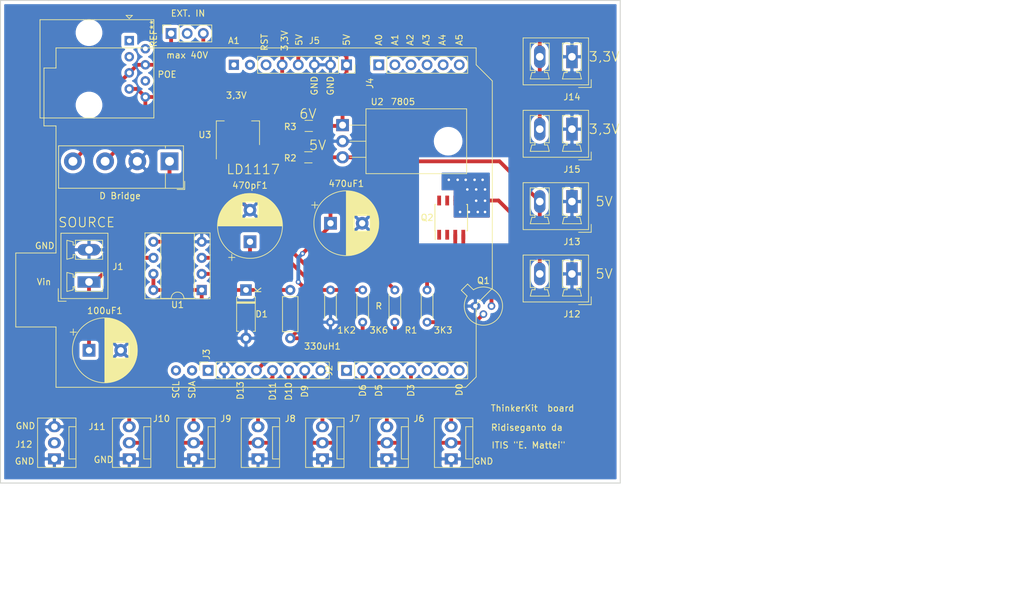
<source format=kicad_pcb>
(kicad_pcb (version 20171130) (host pcbnew "(5.1.2)-1")
  (layers (0 F.Cu signal) (31 B.Cu signal hide) (34 B.Paste user hide) (35 F.Paste user hide) (36 B.SilkS user) (37 F.SilkS user) (38 B.Mask user) (39 F.Mask user) (44 Edge.Cuts user))
  (net 0 "")
  (net 1 Vin)
  (net 2 GND)
  (net 3 "Net-(1K2-Pad1)")
  (net 4 "Net-(330uH1-Pad1)")
  (net 5 6V)
  (net 6 "Net-(3K3-Pad2)")
  (net 7 "Net-(3K3-Pad1)")
  (net 8 "Net-(470pF1-Pad1)")
  (net 9 SCL)
  (net 10 SDA)
  (net 11 "Net-(A1-Pad1)")
  (net 12 D2)
  (net 13 IOREF)
  (net 14 D3)
  (net 15 RESET)
  (net 16 D4)
  (net 17 3,3V)
  (net 18 D5)
  (net 19 5V)
  (net 20 D6)
  (net 21 D7)
  (net 22 D8)
  (net 23 D9)
  (net 24 A0)
  (net 25 D10)
  (net 26 A1)
  (net 27 D11)
  (net 28 A2)
  (net 29 D12)
  (net 30 A3)
  (net 31 D13)
  (net 32 A4)
  (net 33 A5)
  (net 34 AREF)
  (net 35 D0)
  (net 36 D1)
  (net 37 /VN)
  (net 38 /VP)
  (net 39 5Vb)
  (net 40 "Net-(J16-Pad1)")
  (net 41 "Net-(J16-Pad2)")
  (net 42 "Net-(J16-Pad3)")
  (net 43 "Net-(J16-Pad6)")
  (net 44 "Net-(R1-Pad1)")
  (module Connector:FanPinHeader_1x03_P2.54mm_Vertical (layer F.Cu) (at 54.229 102.87 90)
    (fp_text reference J12 (at 2.286 -4.826 180) (layer F.SilkS))
    (fp_text value Conn_01x03_Male)
    (pad 1 thru_hole rect (at 0 0 180) (size 2.03 1.73) (drill 1.02) (layers *.Cu *.Mask) (net 2 GND))
    (pad 2 thru_hole oval (at 2.54 0 180) (size 2.03 1.73) (drill 1.02) (layers *.Cu *.Mask))
    (pad 3 thru_hole oval (at 5.08 0 180) (size 2.03 1.73) (drill 1.02) (layers *.Cu *.Mask) (net 2 GND))
  )
  (module Resistors_SMD:R_0805 (layer F.Cu) (at 94.3 55.245)
    (fp_text reference R2 (at -2.86 0.127) (layer F.SilkS))
    (fp_text value R_0805)
    (pad 1 smd rect (at -0.95 0) (size 0.7 1.3) (layers F.Cu F.Paste F.Mask) (net 6 "Net-(3K3-Pad2)"))
    (pad 2 smd rect (at 0.95 0) (size 0.7 1.3) (layers F.Cu F.Paste F.Mask) (net 19 5V))
  )
  (module Resistors_SMD:R_0805 (layer F.Cu) (at 94.361 50.292)
    (fp_text reference R3 (at -2.921 0.127) (layer F.SilkS))
    (fp_text value R_0805)
    (pad 1 smd rect (at -0.95 0) (size 0.7 1.3) (layers F.Cu F.Paste F.Mask) (net 6 "Net-(3K3-Pad2)"))
    (pad 2 smd rect (at 0.95 0) (size 0.7 1.3) (layers F.Cu F.Paste F.Mask) (net 5 6V))
  )
  (module Connector_PinSocket_2.54mm:PinSocket_1x03_P2.54mm_Vertical (layer F.Cu) (at 72.644 35.687 90)
    (fp_text reference REF** (at 0 -2.77 90) (layer F.SilkS))
    (fp_text value PinSocket_1x03_P2.54mm_Vertical)
    (pad 3 thru_hole oval (at 0 5.08 90) (size 1.7 1.7) (drill 1) (layers *.Cu *.Mask) (net 38 /VP))
    (pad 2 thru_hole oval (at 0 2.54 90) (size 1.7 1.7) (drill 1) (layers *.Cu *.Mask))
    (pad 1 thru_hole rect (at 0 0 90) (size 1.7 1.7) (drill 1) (layers *.Cu *.Mask) (net 37 /VN))
  )
  (module "" (layer F.Cu) (at 140.97 50.8)
    (fp_text reference "" (at 66.04 36.83) (layer F.SilkS) (effects (font (size 1.27 1.27))))
    (fp_text value "" (at 66.04 36.83) (layer F.SilkS) (effects (font (size 1.27 1.27))))
    (fp_text user 3,3V (at 0 0) (layer F.SilkS) (effects (font (size 1.5 1.5))))
  )
  (module Connector_RJ:RJ45_Amphenol_54602-x08_Horizontal (layer F.Cu) (at 66.04 36.83 270)
    (fp_text reference POE (at 5.334 -5.969) (layer F.SilkS))
    (fp_text value RJ45)
    (pad "" np_thru_hole circle (at 10.16 6.35 270) (size 3.2 3.2) (drill 3.2) (layers *.Cu *.Mask))
    (pad "" np_thru_hole circle (at -1.27 6.35 270) (size 3.2 3.2) (drill 3.2) (layers *.Cu *.Mask))
    (pad 1 thru_hole rect (at 0 0 270) (size 1.5 1.5) (drill 0.76) (layers *.Cu *.Mask) (net 40 "Net-(J16-Pad1)"))
    (pad 2 thru_hole circle (at 1.27 -2.54 270) (size 1.5 1.5) (drill 0.76) (layers *.Cu *.Mask) (net 41 "Net-(J16-Pad2)"))
    (pad 3 thru_hole circle (at 2.54 0 270) (size 1.5 1.5) (drill 0.76) (layers *.Cu *.Mask) (net 42 "Net-(J16-Pad3)"))
    (pad 4 thru_hole circle (at 3.81 -2.54 270) (size 1.5 1.5) (drill 0.76) (layers *.Cu *.Mask) (net 37 /VN))
    (pad 5 thru_hole circle (at 5.08 0 270) (size 1.5 1.5) (drill 0.76) (layers *.Cu *.Mask) (net 37 /VN))
    (pad 6 thru_hole circle (at 6.35 -2.54 270) (size 1.5 1.5) (drill 0.76) (layers *.Cu *.Mask) (net 43 "Net-(J16-Pad6)"))
    (pad 7 thru_hole circle (at 7.62 0 270) (size 1.5 1.5) (drill 0.76) (layers *.Cu *.Mask) (net 38 /VP))
    (pad 8 thru_hole circle (at 8.89 -2.54 270) (size 1.5 1.5) (drill 0.76) (layers *.Cu *.Mask) (net 38 /VP))
  )
  (module "" (layer F.Cu) (at 94.996 48.895)
    (fp_text reference "" (at 97.79 76.2) (layer F.SilkS) (effects (font (size 1.27 1.27))))
    (fp_text value "" (at 97.79 76.2) (layer F.SilkS) (effects (font (size 1.27 1.27))))
    (fp_text user R (at 10.414 29.845) (layer F.SilkS))
  )
  (module Resistor_THT:R_Axial_DIN0204_L3.6mm_D1.6mm_P5.08mm_Horizontal (layer F.Cu) (at 97.79 76.2 270)
    (fp_text reference 1K2 (at 6.35 -2.54) (layer F.SilkS))
    (fp_text value R)
    (pad 1 thru_hole circle (at 0 0 270) (size 1.4 1.4) (drill 0.7) (layers *.Cu *.Mask) (net 3 "Net-(1K2-Pad1)"))
    (pad 2 thru_hole oval (at 5.08 0 270) (size 1.4 1.4) (drill 0.7) (layers *.Cu *.Mask) (net 2 GND))
  )
  (module Inductor_THT:L_Axial_L5.3mm_D2.2mm_P7.62mm_Horizontal_Vishay_IM-1 (layer F.Cu) (at 91.44 76.2 270)
    (fp_text reference 330uH1 (at 8.89 -5.08) (layer F.SilkS))
    (fp_text value L_Core_Iron)
    (pad 1 thru_hole circle (at 0 0 270) (size 1.6 1.6) (drill 0.8) (layers *.Cu *.Mask) (net 4 "Net-(330uH1-Pad1)"))
    (pad 2 thru_hole oval (at 7.62 0 270) (size 1.6 1.6) (drill 0.8) (layers *.Cu *.Mask) (net 5 6V))
  )
  (module Resistor_THT:R_Axial_DIN0204_L3.6mm_D1.6mm_P5.08mm_Horizontal (layer F.Cu) (at 113.03 81.28 90)
    (fp_text reference 3K3 (at -1.27 2.54 180) (layer F.SilkS))
    (fp_text value R)
    (pad 2 thru_hole oval (at 5.08 0 90) (size 1.4 1.4) (drill 0.7) (layers *.Cu *.Mask) (net 6 "Net-(3K3-Pad2)"))
    (pad 1 thru_hole circle (at 0 0 90) (size 1.4 1.4) (drill 0.7) (layers *.Cu *.Mask) (net 7 "Net-(3K3-Pad1)"))
  )
  (module Resistor_THT:R_Axial_DIN0204_L3.6mm_D1.6mm_P5.08mm_Horizontal (layer F.Cu) (at 102.87 81.28 90)
    (fp_text reference 3K6 (at -1.27 2.54 180) (layer F.SilkS))
    (fp_text value R)
    (pad 2 thru_hole oval (at 5.08 0 90) (size 1.4 1.4) (drill 0.7) (layers *.Cu *.Mask) (net 3 "Net-(1K2-Pad1)"))
    (pad 1 thru_hole circle (at 0 0 90) (size 1.4 1.4) (drill 0.7) (layers *.Cu *.Mask) (net 5 6V))
  )
  (module Module:Arduino_UNO_R3 (layer F.Cu) (at 82.55 40.64)
    (fp_text reference A1 (at 0 -3.81 180) (layer F.SilkS))
    (fp_text value Arduino_UNO_R3)
    (pad 32 thru_hole oval (at -9.14 48.26 90) (size 1.6 1.6) (drill 0.8) (layers *.Cu *.Mask) (net 9 SCL))
    (pad 31 thru_hole oval (at -6.6 48.26 90) (size 1.6 1.6) (drill 0.8) (layers *.Cu *.Mask) (net 10 SDA))
    (pad 1 thru_hole rect (at 0 0 90) (size 1.6 1.6) (drill 0.8) (layers *.Cu *.Mask) (net 11 "Net-(A1-Pad1)"))
    (pad 17 thru_hole oval (at 30.48 48.26 90) (size 1.6 1.6) (drill 0.8) (layers *.Cu *.Mask) (net 12 D2))
    (pad 2 thru_hole oval (at 2.54 0 90) (size 1.6 1.6) (drill 0.8) (layers *.Cu *.Mask) (net 13 IOREF))
    (pad 18 thru_hole oval (at 27.94 48.26 90) (size 1.6 1.6) (drill 0.8) (layers *.Cu *.Mask) (net 14 D3))
    (pad 3 thru_hole oval (at 5.08 0 90) (size 1.6 1.6) (drill 0.8) (layers *.Cu *.Mask) (net 15 RESET))
    (pad 19 thru_hole oval (at 25.4 48.26 90) (size 1.6 1.6) (drill 0.8) (layers *.Cu *.Mask) (net 16 D4))
    (pad 4 thru_hole oval (at 7.62 0 90) (size 1.6 1.6) (drill 0.8) (layers *.Cu *.Mask) (net 17 3,3V))
    (pad 20 thru_hole oval (at 22.86 48.26 90) (size 1.6 1.6) (drill 0.8) (layers *.Cu *.Mask) (net 18 D5))
    (pad 5 thru_hole oval (at 10.16 0 90) (size 1.6 1.6) (drill 0.8) (layers *.Cu *.Mask) (net 19 5V))
    (pad 21 thru_hole oval (at 20.32 48.26 90) (size 1.6 1.6) (drill 0.8) (layers *.Cu *.Mask) (net 20 D6))
    (pad 6 thru_hole oval (at 12.7 0 90) (size 1.6 1.6) (drill 0.8) (layers *.Cu *.Mask) (net 2 GND))
    (pad 22 thru_hole oval (at 17.78 48.26 90) (size 1.6 1.6) (drill 0.8) (layers *.Cu *.Mask) (net 21 D7))
    (pad 7 thru_hole oval (at 15.24 0 90) (size 1.6 1.6) (drill 0.8) (layers *.Cu *.Mask) (net 2 GND))
    (pad 23 thru_hole oval (at 13.72 48.26 90) (size 1.6 1.6) (drill 0.8) (layers *.Cu *.Mask) (net 22 D8))
    (pad 8 thru_hole oval (at 17.78 0 90) (size 1.6 1.6) (drill 0.8) (layers *.Cu *.Mask) (net 19 5V))
    (pad 24 thru_hole oval (at 11.18 48.26 90) (size 1.6 1.6) (drill 0.8) (layers *.Cu *.Mask) (net 23 D9))
    (pad 9 thru_hole oval (at 22.86 0 90) (size 1.6 1.6) (drill 0.8) (layers *.Cu *.Mask) (net 24 A0))
    (pad 25 thru_hole oval (at 8.64 48.26 90) (size 1.6 1.6) (drill 0.8) (layers *.Cu *.Mask) (net 25 D10))
    (pad 10 thru_hole oval (at 25.4 0 90) (size 1.6 1.6) (drill 0.8) (layers *.Cu *.Mask) (net 26 A1))
    (pad 26 thru_hole oval (at 6.1 48.26 90) (size 1.6 1.6) (drill 0.8) (layers *.Cu *.Mask) (net 27 D11))
    (pad 11 thru_hole oval (at 27.94 0 90) (size 1.6 1.6) (drill 0.8) (layers *.Cu *.Mask) (net 28 A2))
    (pad 27 thru_hole oval (at 3.56 48.26 90) (size 1.6 1.6) (drill 0.8) (layers *.Cu *.Mask) (net 29 D12))
    (pad 12 thru_hole oval (at 30.48 0 90) (size 1.6 1.6) (drill 0.8) (layers *.Cu *.Mask) (net 30 A3))
    (pad 28 thru_hole oval (at 1.02 48.26 90) (size 1.6 1.6) (drill 0.8) (layers *.Cu *.Mask) (net 31 D13))
    (pad 13 thru_hole oval (at 33.02 0 90) (size 1.6 1.6) (drill 0.8) (layers *.Cu *.Mask) (net 32 A4))
    (pad 29 thru_hole oval (at -1.52 48.26 90) (size 1.6 1.6) (drill 0.8) (layers *.Cu *.Mask) (net 2 GND))
    (pad 14 thru_hole oval (at 35.56 0 90) (size 1.6 1.6) (drill 0.8) (layers *.Cu *.Mask) (net 33 A5))
    (pad 30 thru_hole oval (at -4.06 48.26 90) (size 1.6 1.6) (drill 0.8) (layers *.Cu *.Mask) (net 34 AREF))
    (pad 15 thru_hole oval (at 35.56 48.26 90) (size 1.6 1.6) (drill 0.8) (layers *.Cu *.Mask) (net 35 D0))
    (pad 16 thru_hole oval (at 33.02 48.26 90) (size 1.6 1.6) (drill 0.8) (layers *.Cu *.Mask) (net 36 D1))
  )
  (module Diode_THT:D_A-405_P7.62mm_Horizontal (layer F.Cu) (at 84.455 76.2 270)
    (fp_text reference D1 (at 3.81 -2.47) (layer F.SilkS))
    (fp_text value D_Schottky)
    (fp_text user K (at 0 -1.9 270) (layer F.SilkS))
    (pad 1 thru_hole rect (at 0 0 270) (size 1.8 1.8) (drill 0.9) (layers *.Cu *.Mask) (net 4 "Net-(330uH1-Pad1)"))
    (pad 2 thru_hole oval (at 7.62 0 270) (size 1.8 1.8) (drill 0.9) (layers *.Cu *.Mask) (net 2 GND))
  )
  (module Diode_THT:Diode_Bridge_Vishay_KBL (layer F.Cu) (at 72.39 55.88 180)
    (fp_text reference "D Bridge" (at 7.8 -5.461 180) (layer F.SilkS))
    (fp_text value D_Bridge_+-AA)
    (pad 4 thru_hole circle (at 15.24 0 180) (size 2.8 2.8) (drill 1.4) (layers *.Cu *.Mask) (net 37 /VN))
    (pad 3 thru_hole circle (at 10.16 0 180) (size 2.8 2.8) (drill 1.4) (layers *.Cu *.Mask) (net 38 /VP))
    (pad 2 thru_hole circle (at 5.08 0 180) (size 2.8 2.8) (drill 1.4) (layers *.Cu *.Mask) (net 2 GND))
    (pad 1 thru_hole rect (at 0 0 180) (size 2.8 2.8) (drill 1.4) (layers *.Cu *.Mask) (net 1 Vin))
  )
  (module Connector_Phoenix_MC_HighVoltage:PhoenixContact_MCV_1,5_2-G-5.08_1x02_P5.08mm_Vertical (layer F.Cu) (at 59.69 74.93 90)
    (fp_text reference J1 (at 2.413 4.572 180) (layer F.SilkS))
    (fp_text value Alimentazione)
    (pad 2 thru_hole oval (at 5.08 0 90) (size 1.8 3.6) (drill 1.2) (layers *.Cu *.Mask) (net 2 GND))
    (pad 1 thru_hole rect (at 0 0 90) (size 1.8 3.6) (drill 1.2) (layers *.Cu *.Mask) (net 1 Vin))
  )
  (module Connector_PinSocket_2.54mm:PinSocket_1x08_P2.54mm_Vertical (layer F.Cu) (at 100.33 88.9 90)
    (fp_text reference J2 (at 0 -2.77 90) (layer F.SilkS))
    (fp_text value Conn_01x08_Male)
    (pad 1 thru_hole rect (at 0 0 90) (size 1.7 1.7) (drill 1) (layers *.Cu *.Mask) (net 21 D7))
    (pad 2 thru_hole oval (at 0 2.54 90) (size 1.7 1.7) (drill 1) (layers *.Cu *.Mask) (net 20 D6))
    (pad 3 thru_hole oval (at 0 5.08 90) (size 1.7 1.7) (drill 1) (layers *.Cu *.Mask) (net 18 D5))
    (pad 4 thru_hole oval (at 0 7.62 90) (size 1.7 1.7) (drill 1) (layers *.Cu *.Mask) (net 16 D4))
    (pad 5 thru_hole oval (at 0 10.16 90) (size 1.7 1.7) (drill 1) (layers *.Cu *.Mask) (net 14 D3))
    (pad 6 thru_hole oval (at 0 12.7 90) (size 1.7 1.7) (drill 1) (layers *.Cu *.Mask) (net 12 D2))
    (pad 7 thru_hole oval (at 0 15.24 90) (size 1.7 1.7) (drill 1) (layers *.Cu *.Mask) (net 36 D1))
    (pad 8 thru_hole oval (at 0 17.78 90) (size 1.7 1.7) (drill 1) (layers *.Cu *.Mask) (net 35 D0))
  )
  (module Connector_PinSocket_2.54mm:PinSocket_1x08_P2.54mm_Vertical (layer F.Cu) (at 78.49 88.9 90)
    (fp_text reference J3 (at 2.54 -0.258 90) (layer F.SilkS))
    (fp_text value Conn_01x08_Male)
    (pad 8 thru_hole oval (at 0 17.78 90) (size 1.7 1.7) (drill 1) (layers *.Cu *.Mask) (net 22 D8))
    (pad 7 thru_hole oval (at 0 15.24 90) (size 1.7 1.7) (drill 1) (layers *.Cu *.Mask) (net 23 D9))
    (pad 6 thru_hole oval (at 0 12.7 90) (size 1.7 1.7) (drill 1) (layers *.Cu *.Mask) (net 25 D10))
    (pad 5 thru_hole oval (at 0 10.16 90) (size 1.7 1.7) (drill 1) (layers *.Cu *.Mask) (net 27 D11))
    (pad 4 thru_hole oval (at 0 7.62 90) (size 1.7 1.7) (drill 1) (layers *.Cu *.Mask) (net 29 D12))
    (pad 3 thru_hole oval (at 0 5.08 90) (size 1.7 1.7) (drill 1) (layers *.Cu *.Mask) (net 31 D13))
    (pad 2 thru_hole oval (at 0 2.54 90) (size 1.7 1.7) (drill 1) (layers *.Cu *.Mask) (net 2 GND))
    (pad 1 thru_hole rect (at 0 0 90) (size 1.7 1.7) (drill 1) (layers *.Cu *.Mask) (net 34 AREF))
  )
  (module Connector_PinSocket_2.54mm:PinSocket_1x06_P2.54mm_Vertical (layer F.Cu) (at 105.41 40.64 90)
    (fp_text reference J4 (at -2.921 -1.397 270) (layer F.SilkS))
    (fp_text value Conn_01x06_Male)
    (pad 1 thru_hole rect (at 0 0 90) (size 1.7 1.7) (drill 1) (layers *.Cu *.Mask) (net 24 A0))
    (pad 2 thru_hole oval (at 0 2.54 90) (size 1.7 1.7) (drill 1) (layers *.Cu *.Mask) (net 26 A1))
    (pad 3 thru_hole oval (at 0 5.08 90) (size 1.7 1.7) (drill 1) (layers *.Cu *.Mask) (net 28 A2))
    (pad 4 thru_hole oval (at 0 7.62 90) (size 1.7 1.7) (drill 1) (layers *.Cu *.Mask) (net 30 A3))
    (pad 5 thru_hole oval (at 0 10.16 90) (size 1.7 1.7) (drill 1) (layers *.Cu *.Mask) (net 32 A4))
    (pad 6 thru_hole oval (at 0 12.7 90) (size 1.7 1.7) (drill 1) (layers *.Cu *.Mask) (net 33 A5))
  )
  (module Connector_PinSocket_2.54mm:PinSocket_1x06_P2.54mm_Vertical (layer F.Cu) (at 100.33 40.64 270)
    (fp_text reference J5 (at -3.81 5.08) (layer F.SilkS))
    (fp_text value Conn_01x06_Male)
    (pad 6 thru_hole oval (at 0 12.7 270) (size 1.7 1.7) (drill 1) (layers *.Cu *.Mask) (net 15 RESET))
    (pad 5 thru_hole oval (at 0 10.16 270) (size 1.7 1.7) (drill 1) (layers *.Cu *.Mask) (net 17 3,3V))
    (pad 4 thru_hole oval (at 0 7.62 270) (size 1.7 1.7) (drill 1) (layers *.Cu *.Mask) (net 19 5V))
    (pad 3 thru_hole oval (at 0 5.08 270) (size 1.7 1.7) (drill 1) (layers *.Cu *.Mask) (net 2 GND))
    (pad 2 thru_hole oval (at 0 2.54 270) (size 1.7 1.7) (drill 1) (layers *.Cu *.Mask) (net 2 GND))
    (pad 1 thru_hole rect (at 0 0 270) (size 1.7 1.7) (drill 1) (layers *.Cu *.Mask) (net 19 5V))
  )
  (module Connector:FanPinHeader_1x03_P2.54mm_Vertical (layer F.Cu) (at 116.84 102.87 90)
    (fp_text reference J6 (at 6.35 -5.08 180) (layer F.SilkS))
    (fp_text value Conn_01x03_Male)
    (pad 1 thru_hole rect (at 0 0 180) (size 2.03 1.73) (drill 1.02) (layers *.Cu *.Mask) (net 2 GND))
    (pad 2 thru_hole oval (at 2.54 0 180) (size 2.03 1.73) (drill 1.02) (layers *.Cu *.Mask) (net 39 5Vb))
    (pad 3 thru_hole oval (at 5.08 0 180) (size 2.03 1.73) (drill 1.02) (layers *.Cu *.Mask) (net 14 D3))
  )
  (module Connector:FanPinHeader_1x03_P2.54mm_Vertical (layer F.Cu) (at 106.68 102.87 90)
    (fp_text reference J7 (at 6.35 -5.08 180) (layer F.SilkS))
    (fp_text value Conn_01x03_Male)
    (pad 3 thru_hole oval (at 5.08 0 180) (size 2.03 1.73) (drill 1.02) (layers *.Cu *.Mask) (net 18 D5))
    (pad 2 thru_hole oval (at 2.54 0 180) (size 2.03 1.73) (drill 1.02) (layers *.Cu *.Mask) (net 39 5Vb))
    (pad 1 thru_hole rect (at 0 0 180) (size 2.03 1.73) (drill 1.02) (layers *.Cu *.Mask) (net 2 GND))
  )
  (module Connector:FanPinHeader_1x03_P2.54mm_Vertical (layer F.Cu) (at 96.52 102.87 90)
    (fp_text reference J8 (at 6.35 -5.08 180) (layer F.SilkS))
    (fp_text value Conn_01x03_Male)
    (pad 3 thru_hole oval (at 5.08 0 180) (size 2.03 1.73) (drill 1.02) (layers *.Cu *.Mask) (net 20 D6))
    (pad 2 thru_hole oval (at 2.54 0 180) (size 2.03 1.73) (drill 1.02) (layers *.Cu *.Mask) (net 39 5Vb))
    (pad 1 thru_hole rect (at 0 0 180) (size 2.03 1.73) (drill 1.02) (layers *.Cu *.Mask) (net 2 GND))
  )
  (module Connector:FanPinHeader_1x03_P2.54mm_Vertical (layer F.Cu) (at 86.36 102.87 90)
    (fp_text reference J9 (at 6.35 -5.08 180) (layer F.SilkS))
    (fp_text value Conn_01x03_Male)
    (pad 1 thru_hole rect (at 0 0 180) (size 2.03 1.73) (drill 1.02) (layers *.Cu *.Mask) (net 2 GND))
    (pad 2 thru_hole oval (at 2.54 0 180) (size 2.03 1.73) (drill 1.02) (layers *.Cu *.Mask) (net 39 5Vb))
    (pad 3 thru_hole oval (at 5.08 0 180) (size 2.03 1.73) (drill 1.02) (layers *.Cu *.Mask) (net 23 D9))
  )
  (module Connector:FanPinHeader_1x03_P2.54mm_Vertical (layer F.Cu) (at 76.2 102.87 90)
    (fp_text reference J10 (at 6.35 -5.08 180) (layer F.SilkS))
    (fp_text value Conn_01x03_Male)
    (pad 1 thru_hole rect (at 0 0 180) (size 2.03 1.73) (drill 1.02) (layers *.Cu *.Mask) (net 2 GND))
    (pad 2 thru_hole oval (at 2.54 0 180) (size 2.03 1.73) (drill 1.02) (layers *.Cu *.Mask) (net 39 5Vb))
    (pad 3 thru_hole oval (at 5.08 0 180) (size 2.03 1.73) (drill 1.02) (layers *.Cu *.Mask) (net 25 D10))
  )
  (module Connector:FanPinHeader_1x03_P2.54mm_Vertical (layer F.Cu) (at 66.04 102.87 90)
    (fp_text reference J11 (at 5.08 -5.08 180) (layer F.SilkS))
    (fp_text value Conn_01x03_Male)
    (pad 3 thru_hole oval (at 5.08 0 180) (size 2.03 1.73) (drill 1.02) (layers *.Cu *.Mask) (net 27 D11))
    (pad 2 thru_hole oval (at 2.54 0 180) (size 2.03 1.73) (drill 1.02) (layers *.Cu *.Mask) (net 39 5Vb))
    (pad 1 thru_hole rect (at 0 0 180) (size 2.03 1.73) (drill 1.02) (layers *.Cu *.Mask) (net 2 GND))
  )
  (module Connector_Phoenix_MC_HighVoltage:PhoenixContact_MCV_1,5_2-G-5.08_1x02_P5.08mm_Vertical (layer F.Cu) (at 135.89 73.66 180)
    (fp_text reference J12 (at 0 -6.35 180) (layer F.SilkS))
    (fp_text value 5V)
    (pad 1 thru_hole rect (at 0 0 180) (size 1.8 3.6) (drill 1.2) (layers *.Cu *.Mask) (net 2 GND))
    (pad 2 thru_hole oval (at 5.08 0 180) (size 1.8 3.6) (drill 1.2) (layers *.Cu *.Mask) (net 19 5V))
  )
  (module Connector_Phoenix_MC_HighVoltage:PhoenixContact_MCV_1,5_2-G-5.08_1x02_P5.08mm_Vertical (layer F.Cu) (at 135.89 62.23 180)
    (fp_text reference J13 (at 0 -6.35 180) (layer F.SilkS))
    (fp_text value 5V)
    (pad 1 thru_hole rect (at 0 0 180) (size 1.8 3.6) (drill 1.2) (layers *.Cu *.Mask) (net 2 GND))
    (pad 2 thru_hole oval (at 5.08 0 180) (size 1.8 3.6) (drill 1.2) (layers *.Cu *.Mask) (net 19 5V))
  )
  (module Connector_Phoenix_MC_HighVoltage:PhoenixContact_MCV_1,5_2-G-5.08_1x02_P5.08mm_Vertical (layer F.Cu) (at 135.89 39.37 180)
    (fp_text reference J14 (at 0 -6.35 180) (layer F.SilkS))
    (fp_text value 3,3V)
    (pad 2 thru_hole oval (at 5.08 0 180) (size 1.8 3.6) (drill 1.2) (layers *.Cu *.Mask) (net 17 3,3V))
    (pad 1 thru_hole rect (at 0 0 180) (size 1.8 3.6) (drill 1.2) (layers *.Cu *.Mask) (net 2 GND))
  )
  (module Connector_Phoenix_MC_HighVoltage:PhoenixContact_MCV_1,5_2-G-5.08_1x02_P5.08mm_Vertical (layer F.Cu) (at 135.89 50.8 180)
    (fp_text reference J15 (at 0 -6.35 180) (layer F.SilkS))
    (fp_text value 3,3V (at -5.08 11.43 180) (layer F.SilkS) (effects (font (size 1.5 1.5))))
    (pad 1 thru_hole rect (at 0 0 180) (size 1.8 3.6) (drill 1.2) (layers *.Cu *.Mask) (net 2 GND))
    (pad 2 thru_hole oval (at 5.08 0 180) (size 1.8 3.6) (drill 1.2) (layers *.Cu *.Mask) (net 17 3,3V))
  )
  (module Package_TO_SOT_THT:TO-18-3 (layer F.Cu) (at 120.65 78.74)
    (fp_text reference Q1 (at 1.27 -4.02) (layer F.SilkS))
    (fp_text value BC107)
    (pad 1 thru_hole oval (at 0 0) (size 1.6 1.2) (drill 0.7) (layers *.Cu *.Mask) (net 2 GND))
    (pad 2 thru_hole oval (at 1.27 1.27) (size 1.2 1.2) (drill 0.7) (layers *.Cu *.Mask) (net 29 D12))
    (pad 3 thru_hole oval (at 2.54 0) (size 1.2 1.2) (drill 0.7) (layers *.Cu *.Mask) (net 7 "Net-(3K3-Pad1)"))
  )
  (module Package_SO:SOIC-8_3.9x4.9mm_P1.27mm (layer F.Cu) (at 116.84 64.77 90)
    (fp_text reference Q2 (at 0 -3.81 180) (layer F.SilkS))
    (fp_text value IRF7309IPBF)
    (pad 1 smd rect (at -2.7 -1.905 90) (size 1.55 0.6) (layers F.Cu F.Paste F.Mask))
    (pad 2 smd rect (at -2.7 -0.635 90) (size 1.55 0.6) (layers F.Cu F.Paste F.Mask))
    (pad 3 smd rect (at -2.7 0.635 90) (size 1.55 0.6) (layers F.Cu F.Paste F.Mask) (net 6 "Net-(3K3-Pad2)"))
    (pad 4 smd rect (at -2.7 1.905 90) (size 1.55 0.6) (layers F.Cu F.Paste F.Mask) (net 7 "Net-(3K3-Pad1)"))
    (pad 5 smd rect (at 2.7 1.905 90) (size 1.55 0.6) (layers F.Cu F.Paste F.Mask) (net 39 5Vb))
    (pad 6 smd rect (at 2.7 0.635 90) (size 1.55 0.6) (layers F.Cu F.Paste F.Mask) (net 39 5Vb))
    (pad 7 smd rect (at 2.7 -0.635 90) (size 1.55 0.6) (layers F.Cu F.Paste F.Mask))
    (pad 8 smd rect (at 2.7 -1.905 90) (size 1.55 0.6) (layers F.Cu F.Paste F.Mask))
  )
  (module Resistor_THT:R_Axial_DIN0204_L3.6mm_D1.6mm_P5.08mm_Horizontal (layer F.Cu) (at 107.95 81.28 90)
    (fp_text reference R1 (at -1.27 2.54 180) (layer F.SilkS))
    (fp_text value 300)
    (pad 1 thru_hole circle (at 0 0 90) (size 1.4 1.4) (drill 0.7) (layers *.Cu *.Mask) (net 44 "Net-(R1-Pad1)"))
    (pad 2 thru_hole oval (at 5.08 0 90) (size 1.4 1.4) (drill 0.7) (layers *.Cu *.Mask) (net 1 Vin))
  )
  (module Package_DIP:DIP-8_W7.62mm_Socket (layer F.Cu) (at 77.47 76.2 180)
    (fp_text reference U1 (at 3.81 -2.33 180) (layer F.SilkS))
    (fp_text value MC34063AP)
    (pad 1 thru_hole rect (at 0 0 180) (size 1.6 1.6) (drill 0.8) (layers *.Cu *.Mask) (net 44 "Net-(R1-Pad1)"))
    (pad 5 thru_hole oval (at 7.62 7.62 180) (size 1.6 1.6) (drill 0.8) (layers *.Cu *.Mask) (net 3 "Net-(1K2-Pad1)"))
    (pad 2 thru_hole oval (at 0 2.54 180) (size 1.6 1.6) (drill 0.8) (layers *.Cu *.Mask) (net 4 "Net-(330uH1-Pad1)"))
    (pad 6 thru_hole oval (at 7.62 5.08 180) (size 1.6 1.6) (drill 0.8) (layers *.Cu *.Mask) (net 1 Vin))
    (pad 3 thru_hole oval (at 0 5.08 180) (size 1.6 1.6) (drill 0.8) (layers *.Cu *.Mask) (net 8 "Net-(470pF1-Pad1)"))
    (pad 7 thru_hole oval (at 7.62 2.54 180) (size 1.6 1.6) (drill 0.8) (layers *.Cu *.Mask) (net 44 "Net-(R1-Pad1)"))
    (pad 4 thru_hole oval (at 0 7.62 180) (size 1.6 1.6) (drill 0.8) (layers *.Cu *.Mask) (net 2 GND))
    (pad 8 thru_hole oval (at 7.62 0 180) (size 1.6 1.6) (drill 0.8) (layers *.Cu *.Mask) (net 44 "Net-(R1-Pad1)"))
  )
  (module Package_TO_SOT_THT:TO-220-3_Horizontal_TabDown (layer F.Cu) (at 99.695 50.165 270)
    (fp_text reference U2 (at -3.683 -5.461) (layer F.SilkS))
    (fp_text value L7805)
    (pad "" np_thru_hole oval (at 2.54 -16.66 270) (size 3.5 3.5) (drill 3.5) (layers *.Cu *.Mask))
    (pad 1 thru_hole rect (at 0 0 270) (size 1.905 2) (drill 1.1) (layers *.Cu *.Mask) (net 5 6V))
    (pad 2 thru_hole oval (at 2.54 0 270) (size 1.905 2) (drill 1.1) (layers *.Cu *.Mask) (net 2 GND))
    (pad 3 thru_hole oval (at 5.08 0 270) (size 1.905 2) (drill 1.1) (layers *.Cu *.Mask) (net 19 5V))
  )
  (module Package_TO_SOT_SMD:SOT-223-3_TabPin2 (layer F.Cu) (at 83.185 51.41 90)
    (fp_text reference U3 (at -0.279 -5.207 180) (layer F.SilkS))
    (fp_text value LD1117S33TR_SOT223)
    (pad 2 smd rect (at 3.15 0 90) (size 2 3.8) (layers F.Cu F.Paste F.Mask) (net 17 3,3V))
    (pad 2 smd rect (at -3.15 0 90) (size 2 1.5) (layers F.Cu F.Paste F.Mask) (net 17 3,3V))
    (pad 3 smd rect (at -3.15 2.3 90) (size 2 1.5) (layers F.Cu F.Paste F.Mask) (net 19 5V))
    (pad 1 smd rect (at -3.15 -2.3 90) (size 2 1.5) (layers F.Cu F.Paste F.Mask) (net 2 GND))
  )
  (module Capacitor_THT:CP_Radial_D10.0mm_P5.00mm (layer F.Cu) (at 59.69 85.725)
    (fp_text reference 100uF1 (at 2.5 -6.25) (layer F.SilkS))
    (fp_text value CP1)
    (pad 1 thru_hole rect (at 0 0) (size 2 2) (drill 1) (layers *.Cu *.Mask) (net 1 Vin))
    (pad 2 thru_hole circle (at 5 0) (size 2 2) (drill 1) (layers *.Cu *.Mask) (net 2 GND))
  )
  (module Capacitor_THT:CP_Radial_D10.0mm_P5.00mm (layer F.Cu) (at 85.09 68.58 90)
    (fp_text reference 470pF1 (at 8.89 0 180) (layer F.SilkS))
    (fp_text value CP1)
    (pad 2 thru_hole circle (at 5 0 90) (size 2 2) (drill 1) (layers *.Cu *.Mask) (net 2 GND))
    (pad 1 thru_hole rect (at 0 0 90) (size 2 2) (drill 1) (layers *.Cu *.Mask) (net 8 "Net-(470pF1-Pad1)"))
  )
  (module Capacitor_THT:CP_Radial_D10.0mm_P5.00mm (layer F.Cu) (at 97.79 65.659)
    (fp_text reference 470uF1 (at 2.5 -6.25) (layer F.SilkS))
    (fp_text value CP1)
    (pad 1 thru_hole rect (at 0 0) (size 2 2) (drill 1) (layers *.Cu *.Mask) (net 5 6V))
    (pad 2 thru_hole circle (at 5 0) (size 2 2) (drill 1) (layers *.Cu *.Mask) (net 2 GND))
  )
  (gr_text SDA (at 75.946 91.948 90) (layer F.SilkS) (effects (font (size 1 1))))
  (gr_text SCL (at 73.406 91.948 90) (layer F.SilkS) (effects (font (size 1 1))))
  (gr_text D0 (at 118.11 91.948 90) (layer F.SilkS) (effects (font (size 1 1))))
  (gr_text D13 (at 83.566 92.075 90) (layer F.SilkS) (effects (font (size 1 1))))
  (gr_text GND (at 97.79 43.942 90) (layer F.SilkS) (effects (font (size 1 1))))
  (gr_text GND (at 95.25 43.942 90) (layer F.SilkS) (effects (font (size 1 1))))
  (gr_text RST (at 87.376 37.084 90) (layer F.SilkS) (effects (font (size 1 1))))
  (gr_text 3,3V (at 90.551 36.83 90) (layer F.SilkS) (effects (font (size 1 1))))
  (gr_text 5V (at 92.837 36.703 90) (layer F.SilkS) (effects (font (size 1 1))))
  (gr_text 5V (at 100.33 36.703 90) (layer F.SilkS) (effects (font (size 1 1))))
  (gr_text GND (at 121.92 103.251) (layer F.SilkS) (effects (font (size 1 1))))
  (gr_text GND (at 61.976 102.997) (layer F.SilkS) (effects (font (size 1 1))))
  (gr_text D3 (at 110.49 92.075 90) (layer F.SilkS) (effects (font (size 1 1))))
  (gr_text D5 (at 105.41 92.075 90) (layer F.SilkS) (effects (font (size 1 1))))
  (gr_text D6 (at 102.87 92.075 90) (layer F.SilkS) (effects (font (size 1 1))))
  (gr_text D9 (at 93.726 92.202 90) (layer F.SilkS) (effects (font (size 1 1))))
  (gr_text D10 (at 91.186 92.202 90) (layer F.SilkS) (effects (font (size 1 1))))
  (gr_text D11 (at 88.646 92.202 90) (layer F.SilkS) (effects (font (size 1 1))))
  (gr_text 7805 (at 109.22 46.482) (layer F.SilkS) (effects (font (size 1 1))))
  (gr_text Vin (at 52.578 74.93) (layer F.SilkS) (effects (font (size 1 1))))
  (gr_text GND (at 52.705 69.215) (layer F.SilkS) (effects (font (size 1 1))))
  (gr_text GND (at 49.657 97.663) (layer F.SilkS) (effects (font (size 1 1))))
  (gr_text GND (at 49.53 103.251) (layer F.SilkS) (effects (font (size 1 1))))
  (gr_text A5 (at 118.11 36.703 90) (layer F.SilkS) (effects (font (size 1 1))))
  (gr_text A4 (at 115.443 36.703 90) (layer F.SilkS) (effects (font (size 1 1))))
  (gr_text A3 (at 112.903 36.703 90) (layer F.SilkS) (effects (font (size 1 1))))
  (gr_text A2 (at 110.363 36.703 90) (layer F.SilkS) (effects (font (size 1 1))))
  (gr_text A1 (at 107.95 36.703 90) (layer F.SilkS) (effects (font (size 1 1))))
  (gr_text A0 (at 105.41 36.703 90) (layer F.SilkS) (effects (font (size 1 1))))
  (gr_text "Ridiseganto da " (at 129.159 97.917) (layer F.SilkS) (effects (font (size 1 1))))
  (gr_text "ThinkerKit  board" (at 129.667 94.869) (layer F.SilkS) (effects (font (size 1 1))))
  (gr_text "ITIS \"E. Mattei\"" (at 129.032 100.711) (layer F.SilkS) (effects (font (size 1 1))))
  (gr_text "3,3V\n" (at 82.931 45.466) (layer F.SilkS) (effects (font (size 1 1))))
  (gr_text "max 40V" (at 75.184 39.116) (layer F.SilkS) (effects (font (size 1 1))))
  (gr_text "EXT. IN" (at 75.311 32.512) (layer F.SilkS) (effects (font (size 1 1))))
  (gr_text 5V (at 140.97 73.66) (layer F.SilkS) (effects (font (size 1.5 1.5))))
  (gr_text 5V (at 140.97 62.23) (layer F.SilkS) (effects (font (size 1.5 1.5))))
  (gr_line (start 45.72 30.48) (end 53.34 30.48) (layer Edge.Cuts) (width 0.15))
  (gr_line (start 53.34 106.68) (end 45.72 106.68) (layer Edge.Cuts) (width 0.15))
  (gr_line (start 143.51 106.68) (end 143.51 30.48) (layer Edge.Cuts) (width 0.15))
  (gr_line (start 53.34 106.68) (end 143.51 106.68) (layer Edge.Cuts) (width 0.15))
  (gr_line (start 45.72 30.48) (end 45.72 106.68) (layer Edge.Cuts) (width 0.15))
  (gr_line (start 143.51 30.48) (end 53.34 30.48) (layer Edge.Cuts) (width 0.15))
  (gr_text LD1117 (at 85.598 57.15) (layer F.SilkS) (effects (font (size 1.5 1.5))))
  (gr_text SOURCE (at 59.309 65.532) (layer F.SilkS) (effects (font (size 1.5 1.5))))
  (gr_text 5V (at 95.758 53.34) (layer F.SilkS) (effects (font (size 1.5 1.5))))
  (gr_text 6V (at 94.234 48.387) (layer F.SilkS) (effects (font (size 1.5 1.5))))
  (segment (start 60.59 74.93) (end 64.4 71.12) (width 0.6) (layer F.Cu) (net 1))
  (segment (start 59.69 74.93) (end 60.59 74.93) (width 0.25) (layer F.Cu) (net 1))
  (segment (start 64.4 71.12) (end 69.85 71.12) (width 0.6) (layer F.Cu) (net 1))
  (segment (start 72.39 55.88) (end 72.39 57.53) (width 0.25) (layer F.Cu) (net 1))
  (segment (start 72.39 55.88) (end 72.39 59.69) (width 0.6) (layer F.Cu) (net 1))
  (segment (start 76.19859 65.40359) (end 72.39 61.595) (width 0.6) (layer F.Cu) (net 1))
  (segment (start 76.19859 65.405) (end 76.19859 65.40359) (width 0.25) (layer F.Cu) (net 1))
  (segment (start 72.39 61.595) (end 72.39 59.69) (width 0.6) (layer F.Cu) (net 1))
  (segment (start 59.69 74.93) (end 59.69 85.725) (width 0.6) (layer F.Cu) (net 1))
  (segment (start 107.95 76.2) (end 104.55999 72.80999) (width 0.6) (layer F.Cu) (net 1))
  (segment (start 104.55999 72.80999) (end 94.39999 72.80999) (width 0.6) (layer F.Cu) (net 1))
  (segment (start 86.995 65.405) (end 76.19859 65.405) (width 0.6) (layer F.Cu) (net 1))
  (segment (start 94.39999 72.80999) (end 86.995 65.405) (width 0.6) (layer F.Cu) (net 1))
  (segment (start 72.39 57.53) (end 72.39 59.944) (width 0.6) (layer F.Cu) (net 1))
  (segment (start 69.977 61.595) (end 72.39 61.595) (width 0.6) (layer F.Cu) (net 1))
  (segment (start 67.31 64.262) (end 69.977 61.595) (width 0.6) (layer F.Cu) (net 1))
  (segment (start 67.31 70.104) (end 67.31 64.262) (width 0.6) (layer F.Cu) (net 1))
  (segment (start 69.85 71.12) (end 68.326 71.12) (width 0.6) (layer F.Cu) (net 1))
  (segment (start 68.326 71.12) (end 67.31 70.104) (width 0.6) (layer F.Cu) (net 1))
  (segment (start 84.090001 62.580001) (end 83.281001 62.580001) (width 0.6) (layer F.Cu) (net 2))
  (segment (start 85.09 63.58) (end 84.090001 62.580001) (width 0.6) (layer F.Cu) (net 2))
  (segment (start 80.885 60.184) (end 80.885 54.56) (width 0.6) (layer F.Cu) (net 2))
  (segment (start 83.281001 62.580001) (end 80.885 60.184) (width 0.6) (layer F.Cu) (net 2))
  (segment (start 54.356 102.87) (end 54.229 102.997) (width 0.6) (layer B.Cu) (net 2))
  (segment (start 66.04 102.87) (end 54.356 102.87) (width 0.6) (layer B.Cu) (net 2))
  (segment (start 95.885 76.2) (end 97.79 76.2) (width 0.6) (layer F.Cu) (net 3))
  (segment (start 86.36 66.675) (end 95.885 76.2) (width 0.6) (layer F.Cu) (net 3))
  (segment (start 74.295 66.675) (end 86.36 66.675) (width 0.6) (layer F.Cu) (net 3))
  (segment (start 69.85 68.58) (end 72.39 68.58) (width 0.6) (layer F.Cu) (net 3))
  (segment (start 72.39 68.58) (end 74.295 66.675) (width 0.6) (layer F.Cu) (net 3))
  (segment (start 102.87 76.2) (end 97.79 76.2) (width 0.6) (layer F.Cu) (net 3))
  (segment (start 90.30863 76.2) (end 84.455 76.2) (width 0.6) (layer F.Cu) (net 4))
  (segment (start 91.44 76.2) (end 90.30863 76.2) (width 0.6) (layer F.Cu) (net 4))
  (segment (start 77.47 73.66) (end 79.375 73.66) (width 0.6) (layer F.Cu) (net 4))
  (segment (start 81.915 76.2) (end 84.455 76.2) (width 0.6) (layer F.Cu) (net 4))
  (segment (start 79.375 73.66) (end 81.915 76.2) (width 0.6) (layer F.Cu) (net 4))
  (segment (start 91.44 83.82) (end 101.6 83.82) (width 0.6) (layer F.Cu) (net 5))
  (segment (start 101.6 83.82) (end 102.87 82.55) (width 0.6) (layer F.Cu) (net 5))
  (segment (start 102.87 82.55) (end 102.87 81.28) (width 0.6) (layer F.Cu) (net 5))
  (via (at 92.71 74.93) (size 0.8) (drill 0.4) (layers F.Cu B.Cu) (net 5))
  (segment (start 92.71 74.93) (end 93.345 75.565) (width 0.6) (layer F.Cu) (net 5))
  (segment (start 93.345 81.915) (end 91.44 83.82) (width 0.6) (layer F.Cu) (net 5))
  (segment (start 93.345 75.565) (end 93.345 81.915) (width 0.6) (layer F.Cu) (net 5))
  (segment (start 92.71 71.12) (end 93.381759 70.448241) (width 0.6) (layer B.Cu) (net 5))
  (via (at 93.381759 70.448241) (size 0.8) (drill 0.4) (layers F.Cu B.Cu) (net 5))
  (segment (start 92.71 74.93) (end 92.71 71.12) (width 0.6) (layer B.Cu) (net 5))
  (segment (start 97.79 66.04) (end 97.79 65.659) (width 0.6) (layer F.Cu) (net 5))
  (segment (start 93.381759 70.448241) (end 97.79 66.04) (width 0.6) (layer F.Cu) (net 5))
  (segment (start 97.79 65.659) (end 97.79 64.059) (width 0.6) (layer F.Cu) (net 5))
  (segment (start 97.79 64.059) (end 91.44 57.709) (width 0.6) (layer F.Cu) (net 5))
  (segment (start 91.44 57.709) (end 91.44 48.26) (width 0.6) (layer F.Cu) (net 5))
  (segment (start 91.44 48.26) (end 92.71 46.99) (width 0.6) (layer F.Cu) (net 5))
  (segment (start 92.71 46.99) (end 99.06 46.99) (width 0.6) (layer F.Cu) (net 5))
  (segment (start 99.695 47.625) (end 99.695 50.165) (width 0.6) (layer F.Cu) (net 5))
  (segment (start 99.06 46.99) (end 99.695 47.625) (width 0.6) (layer F.Cu) (net 5))
  (segment (start 99.568 50.292) (end 99.695 50.165) (width 0.6) (layer F.Cu) (net 5))
  (segment (start 95.311 50.292) (end 99.568 50.292) (width 0.6) (layer F.Cu) (net 5))
  (segment (start 113.03 76.2) (end 113.03 73.66) (width 0.6) (layer F.Cu) (net 6))
  (segment (start 117.475 69.215) (end 117.475 67.47) (width 0.6) (layer F.Cu) (net 6))
  (segment (start 113.03 73.66) (end 117.475 69.215) (width 0.6) (layer F.Cu) (net 6))
  (segment (start 93.411 55.184) (end 93.35 55.245) (width 0.6) (layer F.Cu) (net 6))
  (segment (start 93.411 50.292) (end 93.411 55.184) (width 0.6) (layer F.Cu) (net 6))
  (segment (start 93.35 56.52) (end 93.35 55.245) (width 0.6) (layer F.Cu) (net 6))
  (segment (start 93.98 57.15) (end 93.35 56.52) (width 0.6) (layer F.Cu) (net 6))
  (segment (start 108.585 57.15) (end 93.98 57.15) (width 0.6) (layer F.Cu) (net 6))
  (segment (start 110.49 59.055) (end 108.585 57.15) (width 0.6) (layer F.Cu) (net 6))
  (segment (start 113.03 73.66) (end 110.49 71.12) (width 0.6) (layer F.Cu) (net 6))
  (segment (start 110.49 71.12) (end 110.49 59.055) (width 0.6) (layer F.Cu) (net 6))
  (segment (start 113.03 81.28) (end 114.3 81.28) (width 0.6) (layer F.Cu) (net 7))
  (segment (start 118.745 70.485) (end 118.745 67.47) (width 0.6) (layer F.Cu) (net 7))
  (segment (start 115.57 73.66) (end 118.745 70.485) (width 0.6) (layer F.Cu) (net 7))
  (segment (start 115.57 73.66) (end 115.57 80.01) (width 0.6) (layer F.Cu) (net 7))
  (segment (start 115.57 80.01) (end 114.3 81.28) (width 0.6) (layer F.Cu) (net 7))
  (segment (start 123.19 74.93) (end 118.745 70.485) (width 0.6) (layer F.Cu) (net 7))
  (segment (start 123.19 78.74) (end 123.19 74.93) (width 0.6) (layer F.Cu) (net 7))
  (segment (start 85.09 70.18) (end 84.15 71.12) (width 0.6) (layer F.Cu) (net 8))
  (segment (start 85.09 68.58) (end 85.09 70.18) (width 0.6) (layer F.Cu) (net 8))
  (segment (start 84.15 71.12) (end 77.47 71.12) (width 0.6) (layer F.Cu) (net 8))
  (segment (start 116.84 96.325) (end 115.765 95.25) (width 0.6) (layer F.Cu) (net 14))
  (segment (start 116.84 97.79) (end 116.84 96.325) (width 0.6) (layer F.Cu) (net 14))
  (segment (start 115.765 95.25) (end 113.03 95.25) (width 0.6) (layer F.Cu) (net 14))
  (segment (start 110.49 92.71) (end 110.49 88.9) (width 0.6) (layer F.Cu) (net 14))
  (segment (start 113.03 95.25) (end 110.49 92.71) (width 0.6) (layer F.Cu) (net 14))
  (segment (start 84.085 48.26) (end 83.185 48.26) (width 0.6) (layer F.Cu) (net 17))
  (segment (start 90.17 42.175) (end 84.085 48.26) (width 0.6) (layer F.Cu) (net 17))
  (segment (start 90.17 40.64) (end 90.17 42.175) (width 0.6) (layer F.Cu) (net 17))
  (segment (start 83.185 48.26) (end 83.185 54.56) (width 0.6) (layer F.Cu) (net 17))
  (segment (start 90.17 40.64) (end 90.17 38.1) (width 0.6) (layer F.Cu) (net 17))
  (segment (start 90.17 38.1) (end 93.98 34.29) (width 0.6) (layer F.Cu) (net 17))
  (segment (start 130.81 50.8) (end 130.81 39.37) (width 0.6) (layer F.Cu) (net 17))
  (segment (start 130.81 36.83) (end 128.27 34.29) (width 0.6) (layer F.Cu) (net 17))
  (segment (start 130.81 39.37) (end 130.81 36.83) (width 0.6) (layer F.Cu) (net 17))
  (segment (start 93.98 34.29) (end 128.27 34.29) (width 0.6) (layer F.Cu) (net 17))
  (segment (start 105.41 95.055) (end 105.41 88.9) (width 0.6) (layer F.Cu) (net 18))
  (segment (start 106.68 97.79) (end 106.68 96.325) (width 0.6) (layer F.Cu) (net 18))
  (segment (start 106.68 96.325) (end 105.41 95.055) (width 0.6) (layer F.Cu) (net 18))
  (segment (start 92.71 40.64) (end 92.71 39.37) (width 0.6) (layer F.Cu) (net 19))
  (segment (start 92.71 39.37) (end 93.98 38.1) (width 0.6) (layer F.Cu) (net 19))
  (segment (start 93.98 38.1) (end 99.06 38.1) (width 0.6) (layer F.Cu) (net 19))
  (segment (start 99.06 38.1) (end 100.33 39.37) (width 0.6) (layer F.Cu) (net 19))
  (segment (start 100.33 39.37) (end 100.33 40.64) (width 0.6) (layer F.Cu) (net 19))
  (segment (start 99.06 43.18) (end 100.33 41.91) (width 0.6) (layer F.Cu) (net 19))
  (segment (start 100.33 41.91) (end 100.33 40.64) (width 0.6) (layer F.Cu) (net 19))
  (segment (start 102.87 53.67) (end 102.87 50.397498) (width 0.6) (layer F.Cu) (net 19))
  (segment (start 102.87 50.397498) (end 102.87 46.99) (width 0.6) (layer F.Cu) (net 19))
  (segment (start 102.87 46.99) (end 99.06 43.18) (width 0.6) (layer F.Cu) (net 19))
  (segment (start 85.485 54.56) (end 85.485 50.405) (width 0.6) (layer F.Cu) (net 19))
  (segment (start 92.71 43.18) (end 93.98 43.18) (width 0.6) (layer F.Cu) (net 19))
  (segment (start 85.485 50.405) (end 92.71 43.18) (width 0.6) (layer F.Cu) (net 19))
  (segment (start 93.98 43.18) (end 99.06 43.18) (width 0.6) (layer F.Cu) (net 19))
  (segment (start 130.81 62.23) (end 130.81 73.66) (width 0.6) (layer F.Cu) (net 19))
  (segment (start 102.87 53.67) (end 102.87 53.721) (width 0.6) (layer F.Cu) (net 19))
  (segment (start 102.87 53.975) (end 102.87 53.67) (width 0.6) (layer F.Cu) (net 19))
  (segment (start 99.695 55.245) (end 101.6 55.245) (width 0.6) (layer F.Cu) (net 19))
  (segment (start 101.6 55.245) (end 102.87 53.975) (width 0.6) (layer F.Cu) (net 19))
  (segment (start 124.46 55.88) (end 130.81 62.23) (width 0.6) (layer F.Cu) (net 19))
  (segment (start 102.87 53.975) (end 104.775 55.88) (width 0.6) (layer F.Cu) (net 19))
  (segment (start 104.775 55.88) (end 124.46 55.88) (width 0.6) (layer F.Cu) (net 19))
  (segment (start 95.25 55.245) (end 99.695 55.245) (width 0.6) (layer F.Cu) (net 19))
  (segment (start 102.87 91.59) (end 101.75 92.71) (width 0.6) (layer F.Cu) (net 20))
  (segment (start 102.87 88.9) (end 102.87 91.59) (width 0.6) (layer F.Cu) (net 20))
  (segment (start 101.75 92.71) (end 97.79 92.71) (width 0.6) (layer F.Cu) (net 20))
  (segment (start 96.52 93.98) (end 96.52 97.79) (width 0.6) (layer F.Cu) (net 20))
  (segment (start 97.79 92.71) (end 96.52 93.98) (width 0.6) (layer F.Cu) (net 20))
  (segment (start 86.36 96.325) (end 86.36 97.79) (width 0.6) (layer F.Cu) (net 23))
  (segment (start 87.435 95.25) (end 86.36 96.325) (width 0.6) (layer F.Cu) (net 23))
  (segment (start 92.71 95.25) (end 87.435 95.25) (width 0.6) (layer F.Cu) (net 23))
  (segment (start 93.73 94.23) (end 92.71 95.25) (width 0.6) (layer F.Cu) (net 23))
  (segment (start 93.73 88.9) (end 93.73 94.23) (width 0.6) (layer F.Cu) (net 23))
  (segment (start 91.19 91.69) (end 91.19 88.9) (width 0.6) (layer F.Cu) (net 25))
  (segment (start 88.9 93.98) (end 91.19 91.69) (width 0.6) (layer F.Cu) (net 25))
  (segment (start 77.47 93.98) (end 88.9 93.98) (width 0.6) (layer F.Cu) (net 25))
  (segment (start 76.2 97.79) (end 76.2 95.25) (width 0.6) (layer F.Cu) (net 25))
  (segment (start 76.2 95.25) (end 77.47 93.98) (width 0.6) (layer F.Cu) (net 25))
  (segment (start 66.04 93.98) (end 66.04 97.79) (width 0.6) (layer F.Cu) (net 27))
  (segment (start 67.31 92.71) (end 66.04 93.98) (width 0.6) (layer F.Cu) (net 27))
  (segment (start 85.97137 92.71) (end 67.31 92.71) (width 0.6) (layer F.Cu) (net 27))
  (segment (start 88.65 88.9) (end 88.65 90.03137) (width 0.6) (layer F.Cu) (net 27))
  (segment (start 88.65 90.03137) (end 85.97137 92.71) (width 0.6) (layer F.Cu) (net 27))
  (segment (start 86.909999 88.100001) (end 86.11 88.9) (width 0.6) (layer F.Cu) (net 29))
  (segment (start 87.79999 87.21001) (end 86.909999 88.100001) (width 0.6) (layer F.Cu) (net 29))
  (segment (start 108.11599 87.21001) (end 87.79999 87.21001) (width 0.6) (layer F.Cu) (net 29))
  (segment (start 111.506 83.82) (end 108.11599 87.21001) (width 0.6) (layer F.Cu) (net 29))
  (segment (start 121.92 80.01) (end 118.11 83.82) (width 0.6) (layer F.Cu) (net 29))
  (segment (start 118.11 83.82) (end 111.506 83.82) (width 0.6) (layer F.Cu) (net 29))
  (segment (start 67.31 40.64) (end 66.04 41.91) (width 0.6) (layer F.Cu) (net 37))
  (segment (start 68.58 40.64) (end 67.31 40.64) (width 0.6) (layer F.Cu) (net 37))
  (segment (start 59.69 53.34) (end 57.15 55.88) (width 0.6) (layer F.Cu) (net 37))
  (segment (start 62.23 53.34) (end 59.69 53.34) (width 0.6) (layer F.Cu) (net 37))
  (segment (start 63.5 52.07) (end 62.23 53.34) (width 0.6) (layer F.Cu) (net 37))
  (segment (start 66.04 41.91) (end 63.5 44.45) (width 0.6) (layer F.Cu) (net 37))
  (segment (start 63.5 44.45) (end 63.5 52.07) (width 0.6) (layer F.Cu) (net 37))
  (segment (start 72.644 38.735) (end 72.644 35.687) (width 0.6) (layer F.Cu) (net 37))
  (segment (start 68.58 40.64) (end 70.739 40.64) (width 0.6) (layer F.Cu) (net 37))
  (segment (start 70.739 40.64) (end 72.644 38.735) (width 0.6) (layer F.Cu) (net 37))
  (segment (start 67.31 44.45) (end 68.58 45.72) (width 0.6) (layer F.Cu) (net 38))
  (segment (start 66.04 44.45) (end 67.31 44.45) (width 0.6) (layer F.Cu) (net 38))
  (segment (start 68.58 49.53) (end 62.23 55.88) (width 0.6) (layer F.Cu) (net 38))
  (segment (start 68.58 45.72) (end 68.58 49.53) (width 0.6) (layer F.Cu) (net 38))
  (segment (start 77.724 37.592) (end 77.724 35.687) (width 0.6) (layer F.Cu) (net 38))
  (segment (start 77.724 38.481) (end 77.724 37.592) (width 0.6) (layer F.Cu) (net 38))
  (segment (start 68.58 45.72) (end 70.485 45.72) (width 0.6) (layer F.Cu) (net 38))
  (segment (start 70.485 45.72) (end 77.724 38.481) (width 0.6) (layer F.Cu) (net 38))
  (segment (start 66.04 100.33) (end 76.2 100.33) (width 0.6) (layer F.Cu) (net 39))
  (segment (start 86.36 100.33) (end 96.52 100.33) (width 0.6) (layer F.Cu) (net 39))
  (segment (start 96.52 100.33) (end 106.68 100.33) (width 0.6) (layer F.Cu) (net 39))
  (segment (start 106.68 100.33) (end 116.84 100.33) (width 0.6) (layer F.Cu) (net 39))
  (segment (start 117.475 62.07) (end 118.745 62.07) (width 0.6) (layer F.Cu) (net 39))
  (segment (start 124.3 62.07) (end 127 64.77) (width 0.6) (layer F.Cu) (net 39))
  (segment (start 127 64.77) (end 127 96.52) (width 0.6) (layer F.Cu) (net 39))
  (segment (start 123.19 100.33) (end 116.84 100.33) (width 0.6) (layer F.Cu) (net 39))
  (segment (start 127 96.52) (end 123.19 100.33) (width 0.6) (layer F.Cu) (net 39))
  (segment (start 86.36 100.33) (end 76.2 100.33) (width 0.6) (layer F.Cu) (net 39))
  (via (at 121.793 58.801) (size 0.8) (drill 0.4) (layers F.Cu B.Cu) (net 39))
  (via (at 120.523 58.801) (size 0.8) (drill 0.4) (layers F.Cu B.Cu) (net 39))
  (via (at 119.126 58.801) (size 0.8) (drill 0.4) (layers F.Cu B.Cu) (net 39))
  (via (at 122.174 62.103) (size 1) (drill 0.4) (layers F.Cu B.Cu) (net 39))
  (segment (start 124.3 62.07) (end 122.207 62.07) (width 0.6) (layer F.Cu) (net 39))
  (segment (start 122.207 62.07) (end 122.174 62.103) (width 0.6) (layer F.Cu) (net 39))
  (via (at 116.459 58.801) (size 0.8) (drill 0.4) (layers F.Cu B.Cu) (net 39))
  (via (at 117.856 58.801) (size 0.8) (drill 0.4) (layers F.Cu B.Cu) (net 39))
  (via (at 118.237 63.881) (size 0.8) (drill 0.4) (layers F.Cu B.Cu) (net 39))
  (via (at 119.634 63.881) (size 0.8) (drill 0.4) (layers F.Cu B.Cu) (net 39))
  (via (at 121.031 63.881) (size 0.8) (drill 0.4) (layers F.Cu B.Cu) (net 39))
  (via (at 122.174 63.881) (size 0.8) (drill 0.4) (layers F.Cu B.Cu) (net 39))
  (via (at 120.777 62.102996) (size 1) (drill 0.4) (layers F.Cu B.Cu) (net 39))
  (segment (start 120.744004 62.07) (end 120.777 62.102996) (width 0.6) (layer F.Cu) (net 39))
  (segment (start 118.745 62.07) (end 120.744004 62.07) (width 0.6) (layer F.Cu) (net 39))
  (segment (start 121.157996 61.722) (end 120.777 62.102996) (width 0.6) (layer B.Cu) (net 39))
  (segment (start 122.174 62.103) (end 121.793 61.722) (width 0.6) (layer B.Cu) (net 39))
  (segment (start 121.793 61.722) (end 121.157996 61.722) (width 0.6) (layer B.Cu) (net 39))
  (via (at 120.777 60.325) (size 0.8) (drill 0.4) (layers F.Cu B.Cu) (net 39))
  (via (at 119.38 60.325) (size 0.8) (drill 0.4) (layers F.Cu B.Cu) (net 39))
  (via (at 122.174 60.325) (size 0.8) (drill 0.4) (layers F.Cu B.Cu) (net 39))
  (segment (start 69.85 73.66) (end 69.85 76.2) (width 0.6) (layer F.Cu) (net 44))
  (segment (start 77.47 76.2) (end 69.85 76.2) (width 0.6) (layer F.Cu) (net 44))
  (segment (start 77.47 77.6) (end 77.47 76.2) (width 0.6) (layer F.Cu) (net 44))
  (segment (start 77.47 83.439) (end 77.47 77.6) (width 0.6) (layer F.Cu) (net 44))
  (segment (start 79.883 85.852) (end 77.47 83.439) (width 0.6) (layer F.Cu) (net 44))
  (segment (start 104.648 85.852) (end 79.883 85.852) (width 0.6) (layer F.Cu) (net 44))
  (segment (start 107.95 81.28) (end 107.95 82.55) (width 0.6) (layer F.Cu) (net 44))
  (segment (start 107.95 82.55) (end 104.648 85.852) (width 0.6) (layer F.Cu) (net 44))
  (zone (net 39) (net_name 5Vb) (layer F.Cu) (connect_pads yes (clearance 0.508)) (min_thickness 0.254) (fill yes (arc_segments 16) (thermal_gap 0.508) (thermal_bridge_width 0.508))
    (polygon (pts (xy 115.316 58.166) (xy 122.936 58.166) (xy 122.936 64.77) (xy 117.221 64.77) (xy 117.221 60.452) (xy 115.316 60.452)))
  )
  (zone (net 39) (net_name 5Vb) (layer B.Cu) (connect_pads yes (clearance 0.508)) (min_thickness 0.254) (fill yes (arc_segments 32) (thermal_gap 0.508) (thermal_bridge_width 0.508))
    (polygon (pts (xy 115.316 60.452) (xy 117.221 60.452) (xy 117.221 64.77) (xy 122.936 64.77) (xy 122.936 57.658) (xy 115.316 57.658)))
  )
  (zone (net 2) (net_name GND) (layer B.Cu) (connect_pads (clearance 0.508)) (min_thickness 0.254) (fill yes (arc_segments 32) (thermal_gap 0.508) (thermal_bridge_width 0.508))
    (polygon (pts (xy 45.72 30.48) (xy 45.72 106.68) (xy 143.51 106.68) (xy 143.51 30.48)))
  )
  (zone (net 0) (net_name "") (layer B.Cu) (connect_pads (clearance 0.508)) (min_thickness 0.254)
    (keepout (tracks not_allowed) (vias not_allowed) (copperpour not_allowed))
    (fill (arc_segments 32) (thermal_gap 0.508) (thermal_bridge_width 0.508))
    (polygon (pts (xy 111.76 56.515) (xy 111.76 67.691) (xy 113.03 67.691) (xy 113.03 56.515)))
  )
  (zone (net 0) (net_name "") (layer B.Cu) (connect_pads (clearance 0.508)) (min_thickness 0.254)
    (keepout (tracks not_allowed) (vias not_allowed) (copperpour not_allowed))
    (fill (arc_segments 32) (thermal_gap 0.508) (thermal_bridge_width 0.508))
    (polygon (pts (xy 124.587 56.388) (xy 124.587 67.564) (xy 125.857 67.564) (xy 125.857 56.388)))
  )
  (zone (net 0) (net_name "") (layer B.Cu) (connect_pads (clearance 0.508)) (min_thickness 0.254)
    (keepout (tracks not_allowed) (vias not_allowed) (copperpour not_allowed))
    (fill (arc_segments 32) (thermal_gap 0.508) (thermal_bridge_width 0.508))
    (polygon (pts (xy 111.76 56.515) (xy 125.857 56.388) (xy 125.857 55.245) (xy 111.76 55.245)))
  )
  (zone (net 0) (net_name "") (layer B.Cu) (connect_pads (clearance 0.508)) (min_thickness 0.254)
    (keepout (tracks not_allowed) (vias not_allowed) (copperpour not_allowed))
    (fill (arc_segments 32) (thermal_gap 0.508) (thermal_bridge_width 0.508))
    (polygon (pts (xy 111.76 68.834) (xy 125.857 68.834) (xy 125.857 67.564) (xy 111.76 67.564)))
  )
  (zone (net 0) (net_name "") (layer F.Cu) (connect_pads (clearance 0.7)) (min_thickness 0.254) (fill yes (arc_segments 32) (thermal_gap 0.508) (thermal_bridge_width 0.508))
    (polygon (pts (xy 107.95 43.18) (xy 126.619 43.18) (xy 126.619 54.61) (xy 107.95 54.61)))
  )
)
</source>
